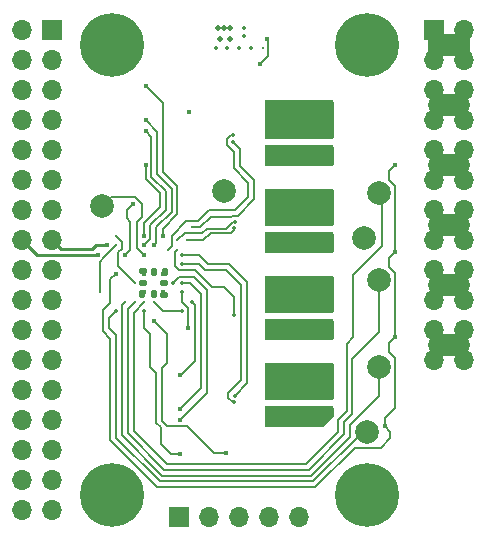
<source format=gbr>
%TF.GenerationSoftware,KiCad,Pcbnew,(7.0.0)*%
%TF.CreationDate,2023-11-18T15:32:54-05:00*%
%TF.ProjectId,ECE4760 Motor Driver,45434534-3736-4302-904d-6f746f722044,0*%
%TF.SameCoordinates,Original*%
%TF.FileFunction,Copper,L6,Bot*%
%TF.FilePolarity,Positive*%
%FSLAX46Y46*%
G04 Gerber Fmt 4.6, Leading zero omitted, Abs format (unit mm)*
G04 Created by KiCad (PCBNEW (7.0.0)) date 2023-11-18 15:32:54*
%MOMM*%
%LPD*%
G01*
G04 APERTURE LIST*
G04 Aperture macros list*
%AMRoundRect*
0 Rectangle with rounded corners*
0 $1 Rounding radius*
0 $2 $3 $4 $5 $6 $7 $8 $9 X,Y pos of 4 corners*
0 Add a 4 corners polygon primitive as box body*
4,1,4,$2,$3,$4,$5,$6,$7,$8,$9,$2,$3,0*
0 Add four circle primitives for the rounded corners*
1,1,$1+$1,$2,$3*
1,1,$1+$1,$4,$5*
1,1,$1+$1,$6,$7*
1,1,$1+$1,$8,$9*
0 Add four rect primitives between the rounded corners*
20,1,$1+$1,$2,$3,$4,$5,0*
20,1,$1+$1,$4,$5,$6,$7,0*
20,1,$1+$1,$6,$7,$8,$9,0*
20,1,$1+$1,$8,$9,$2,$3,0*%
G04 Aperture macros list end*
%TA.AperFunction,ComponentPad*%
%ADD10C,0.800000*%
%TD*%
%TA.AperFunction,ComponentPad*%
%ADD11C,5.400000*%
%TD*%
%TA.AperFunction,ComponentPad*%
%ADD12R,1.700000X1.700000*%
%TD*%
%TA.AperFunction,ComponentPad*%
%ADD13O,1.700000X1.700000*%
%TD*%
%TA.AperFunction,ComponentPad*%
%ADD14RoundRect,0.250000X-1.550000X0.650000X-1.550000X-0.650000X1.550000X-0.650000X1.550000X0.650000X0*%
%TD*%
%TA.AperFunction,ComponentPad*%
%ADD15O,3.600000X1.800000*%
%TD*%
%TA.AperFunction,ComponentPad*%
%ADD16C,0.350000*%
%TD*%
%TA.AperFunction,ComponentPad*%
%ADD17C,0.499999*%
%TD*%
%TA.AperFunction,ComponentPad*%
%ADD18C,0.300000*%
%TD*%
%TA.AperFunction,SMDPad,CuDef*%
%ADD19RoundRect,0.250000X-0.475000X0.250000X-0.475000X-0.250000X0.475000X-0.250000X0.475000X0.250000X0*%
%TD*%
%TA.AperFunction,SMDPad,CuDef*%
%ADD20RoundRect,0.140000X0.170000X-0.140000X0.170000X0.140000X-0.170000X0.140000X-0.170000X-0.140000X0*%
%TD*%
%TA.AperFunction,SMDPad,CuDef*%
%ADD21RoundRect,0.140000X0.140000X0.170000X-0.140000X0.170000X-0.140000X-0.170000X0.140000X-0.170000X0*%
%TD*%
%TA.AperFunction,SMDPad,CuDef*%
%ADD22C,2.000000*%
%TD*%
%TA.AperFunction,SMDPad,CuDef*%
%ADD23RoundRect,0.140000X-0.140000X-0.170000X0.140000X-0.170000X0.140000X0.170000X-0.140000X0.170000X0*%
%TD*%
%TA.AperFunction,SMDPad,CuDef*%
%ADD24RoundRect,0.140000X-0.170000X0.140000X-0.170000X-0.140000X0.170000X-0.140000X0.170000X0.140000X0*%
%TD*%
%TA.AperFunction,ViaPad*%
%ADD25C,0.400000*%
%TD*%
%TA.AperFunction,ViaPad*%
%ADD26C,0.450000*%
%TD*%
%TA.AperFunction,ViaPad*%
%ADD27C,0.300000*%
%TD*%
%TA.AperFunction,ViaPad*%
%ADD28C,0.350000*%
%TD*%
%TA.AperFunction,Conductor*%
%ADD29C,0.200000*%
%TD*%
%TA.AperFunction,Conductor*%
%ADD30C,0.254000*%
%TD*%
G04 APERTURE END LIST*
D10*
%TO.P,H2,1,1*%
%TO.N,GND*%
X83700000Y-43815000D03*
X84293109Y-42383109D03*
X84293109Y-45246891D03*
X85725000Y-41790000D03*
D11*
X85725000Y-43815000D03*
D10*
X85725000Y-45840000D03*
X87156891Y-42383109D03*
X87156891Y-45246891D03*
X87750000Y-43815000D03*
%TD*%
%TO.P,H1,1,1*%
%TO.N,GND*%
X105290000Y-43815000D03*
X105883109Y-42383109D03*
X105883109Y-45246891D03*
X107315000Y-41790000D03*
D11*
X107315000Y-43815000D03*
D10*
X107315000Y-45840000D03*
X108746891Y-42383109D03*
X108746891Y-45246891D03*
X109340000Y-43815000D03*
%TD*%
D12*
%TO.P,J1,1,Pin_1*%
%TO.N,+5V*%
X80644999Y-42544999D03*
D13*
%TO.P,J1,2,Pin_2*%
%TO.N,GND*%
X78104999Y-42544999D03*
%TO.P,J1,3,Pin_3*%
%TO.N,Lim_R_In*%
X80644999Y-45084999D03*
%TO.P,J1,4,Pin_4*%
%TO.N,Lim_L_In*%
X78104999Y-45084999D03*
%TO.P,J1,5,Pin_5*%
%TO.N,Lim_Aux_In*%
X80644999Y-47624999D03*
%TO.P,J1,6,Pin_6*%
%TO.N,Lim_H_In*%
X78104999Y-47624999D03*
%TO.P,J1,7,Pin_7*%
%TO.N,+5V*%
X80644999Y-50164999D03*
%TO.P,J1,8,Pin_8*%
%TO.N,GND*%
X78104999Y-50164999D03*
%TO.P,J1,9,Pin_9*%
%TO.N,Aux_Enc_B_In+*%
X80644999Y-52704999D03*
%TO.P,J1,10,Pin_10*%
%TO.N,Aux_Enc_B_In-*%
X78104999Y-52704999D03*
%TO.P,J1,11,Pin_11*%
%TO.N,Aux_Enc_A_In-*%
X80644999Y-55244999D03*
%TO.P,J1,12,Pin_12*%
%TO.N,Aux_Enc_A_In+*%
X78104999Y-55244999D03*
%TO.P,J1,13,Pin_13*%
%TO.N,+5V*%
X80644999Y-57784999D03*
%TO.P,J1,14,Pin_14*%
%TO.N,GND*%
X78104999Y-57784999D03*
%TO.P,J1,15,Pin_15*%
%TO.N,LED_1*%
X80644999Y-60324999D03*
%TO.P,J1,16,Pin_16*%
%TO.N,LED_2*%
X78104999Y-60324999D03*
%TO.P,J1,17,Pin_17*%
%TO.N,~{Fault_Enable}*%
X80644999Y-62864999D03*
%TO.P,J1,18,Pin_18*%
%TO.N,~{Abort}*%
X78104999Y-62864999D03*
%TO.P,J1,19,Pin_19*%
%TO.N,+3V3*%
X80644999Y-65404999D03*
%TO.P,J1,20,Pin_20*%
%TO.N,GND*%
X78104999Y-65404999D03*
%TO.P,J1,21,Pin_21*%
%TO.N,Enc_A_In-*%
X80644999Y-67944999D03*
%TO.P,J1,22,Pin_22*%
%TO.N,Enc_A_In+*%
X78104999Y-67944999D03*
%TO.P,J1,23,Pin_23*%
%TO.N,Enc_B_In-*%
X80644999Y-70484999D03*
%TO.P,J1,24,Pin_24*%
%TO.N,Enc_B_In+*%
X78104999Y-70484999D03*
%TO.P,J1,25,Pin_25*%
%TO.N,Enc_I_In-*%
X80644999Y-73024999D03*
%TO.P,J1,26,Pin_26*%
%TO.N,Enc_I_In+*%
X78104999Y-73024999D03*
%TO.P,J1,27,Pin_27*%
%TO.N,+5V*%
X80644999Y-75564999D03*
%TO.P,J1,28,Pin_28*%
%TO.N,GND*%
X78104999Y-75564999D03*
%TO.P,J1,29,Pin_29*%
%TO.N,Hall_C_In*%
X80644999Y-78104999D03*
%TO.P,J1,30,Pin_30*%
%TO.N,Hall_B_In*%
X78104999Y-78104999D03*
%TO.P,J1,31,Pin_31*%
%TO.N,Hall_I_In*%
X80644999Y-80644999D03*
%TO.P,J1,32,Pin_32*%
%TO.N,Hall_A_In*%
X78104999Y-80644999D03*
%TO.P,J1,33,Pin_33*%
%TO.N,+5V*%
X80644999Y-83184999D03*
%TO.P,J1,34,Pin_34*%
%TO.N,GND*%
X78104999Y-83184999D03*
%TD*%
D14*
%TO.P,J2,1,Pin_1*%
%TO.N,Vdrive*%
X114300000Y-43815000D03*
D15*
%TO.P,J2,2,Pin_2*%
%TO.N,GND*%
X114299999Y-48894999D03*
%TO.P,J2,3,Pin_3*%
%TO.N,PH1*%
X114299999Y-53974999D03*
%TO.P,J2,4,Pin_4*%
%TO.N,PH2*%
X114299999Y-59054999D03*
%TO.P,J2,5,Pin_5*%
%TO.N,PH3*%
X114299999Y-64134999D03*
%TO.P,J2,6,Pin_6*%
%TO.N,PH4*%
X114299999Y-69214999D03*
%TD*%
D16*
%TO.P,U7,3,VIN*%
%TO.N,Vdrive*%
X96950000Y-42370000D03*
X96950000Y-43050000D03*
D17*
%TO.P,U7,4,VOUT*%
%TO.N,+5V*%
X95750001Y-42370001D03*
X95250000Y-42370001D03*
X94750001Y-42370001D03*
X95710001Y-43319999D03*
X94890000Y-43319999D03*
D18*
%TO.P,U7,10,GND*%
%TO.N,GND*%
X98530000Y-44100000D03*
D16*
X97530000Y-44100000D03*
X96530000Y-44100000D03*
X95530000Y-44100000D03*
X94530000Y-44100000D03*
%TD*%
D10*
%TO.P,H4,1,1*%
%TO.N,GND*%
X83700000Y-81915000D03*
X84293109Y-80483109D03*
X84293109Y-83346891D03*
X85725000Y-79890000D03*
D11*
X85725000Y-81915000D03*
D10*
X85725000Y-83940000D03*
X87156891Y-80483109D03*
X87156891Y-83346891D03*
X87750000Y-81915000D03*
%TD*%
%TO.P,H3,1,1*%
%TO.N,GND*%
X105290000Y-81915000D03*
X105883109Y-80483109D03*
X105883109Y-83346891D03*
X107315000Y-79890000D03*
D11*
X107315000Y-81915000D03*
D10*
X107315000Y-83940000D03*
X108746891Y-80483109D03*
X108746891Y-83346891D03*
X109340000Y-81915000D03*
%TD*%
D12*
%TO.P,J3,1,Pin_1*%
%TO.N,/SWDIO*%
X91439999Y-83819999D03*
D13*
%TO.P,J3,2,Pin_2*%
%TO.N,/SWCLK*%
X93979999Y-83819999D03*
%TO.P,J3,3,Pin_3*%
%TO.N,GND*%
X96519999Y-83819999D03*
%TO.P,J3,4,Pin_4*%
%TO.N,/UART_RX*%
X99059999Y-83819999D03*
%TO.P,J3,5,Pin_5*%
%TO.N,/UART_TX*%
X101599999Y-83819999D03*
%TD*%
D19*
%TO.P,C14,1*%
%TO.N,Vdrive*%
X101600000Y-51120000D03*
%TO.P,C14,2*%
%TO.N,GND*%
X101600000Y-53020000D03*
%TD*%
%TO.P,C52,1*%
%TO.N,Vdrive*%
X99568000Y-73218000D03*
%TO.P,C52,2*%
%TO.N,GND*%
X99568000Y-75118000D03*
%TD*%
D20*
%TO.P,C82,1*%
%TO.N,+3V3*%
X90200000Y-64980000D03*
%TO.P,C82,2*%
%TO.N,GND*%
X90200000Y-64020000D03*
%TD*%
D21*
%TO.P,C83,1*%
%TO.N,+3V3*%
X90280000Y-63100000D03*
%TO.P,C83,2*%
%TO.N,GND*%
X89320000Y-63100000D03*
%TD*%
D19*
%TO.P,C40,1*%
%TO.N,Vdrive*%
X101600000Y-65852000D03*
%TO.P,C40,2*%
%TO.N,GND*%
X101600000Y-67752000D03*
%TD*%
%TO.P,C27,1*%
%TO.N,Vdrive*%
X101600000Y-58486000D03*
%TO.P,C27,2*%
%TO.N,GND*%
X101600000Y-60386000D03*
%TD*%
%TO.P,C13,1*%
%TO.N,Vdrive*%
X99568000Y-51120000D03*
%TO.P,C13,2*%
%TO.N,GND*%
X99568000Y-53020000D03*
%TD*%
%TO.P,C26,1*%
%TO.N,Vdrive*%
X99568000Y-58486000D03*
%TO.P,C26,2*%
%TO.N,GND*%
X99568000Y-60386000D03*
%TD*%
%TO.P,C41,1*%
%TO.N,Vdrive*%
X103632000Y-65852000D03*
%TO.P,C41,2*%
%TO.N,GND*%
X103632000Y-67752000D03*
%TD*%
%TO.P,C54,1*%
%TO.N,Vdrive*%
X103632000Y-73218000D03*
%TO.P,C54,2*%
%TO.N,GND*%
X103632000Y-75118000D03*
%TD*%
%TO.P,C28,1*%
%TO.N,Vdrive*%
X103632000Y-58486000D03*
%TO.P,C28,2*%
%TO.N,GND*%
X103632000Y-60386000D03*
%TD*%
%TO.P,C53,1*%
%TO.N,Vdrive*%
X101600000Y-73218000D03*
%TO.P,C53,2*%
%TO.N,GND*%
X101600000Y-75118000D03*
%TD*%
D22*
%TO.P,TP1,1,1*%
%TO.N,/~{RST}*%
X84900000Y-57500000D03*
%TD*%
D23*
%TO.P,C81,1*%
%TO.N,+3V3*%
X88320000Y-64900000D03*
%TO.P,C81,2*%
%TO.N,GND*%
X89280000Y-64900000D03*
%TD*%
D22*
%TO.P,TP2,1,1*%
%TO.N,/BOOT_SELECT*%
X95200000Y-56200000D03*
%TD*%
%TO.P,TP4,1,1*%
%TO.N,/PH2_SENSE*%
X108331000Y-63754000D03*
%TD*%
%TO.P,TP7,1,1*%
%TO.N,GND*%
X107061000Y-60198000D03*
%TD*%
D12*
%TO.P,J101,1,Pin_1*%
%TO.N,Vdrive*%
X113029999Y-42544999D03*
D13*
%TO.P,J101,2,Pin_2*%
X115569999Y-42544999D03*
%TO.P,J101,3,Pin_3*%
X113029999Y-45084999D03*
%TO.P,J101,4,Pin_4*%
X115569999Y-45084999D03*
%TO.P,J101,5,Pin_5*%
%TO.N,GND*%
X113029999Y-47624999D03*
%TO.P,J101,6,Pin_6*%
X115569999Y-47624999D03*
%TO.P,J101,7,Pin_7*%
X113029999Y-50164999D03*
%TO.P,J101,8,Pin_8*%
X115569999Y-50164999D03*
%TO.P,J101,9,Pin_9*%
%TO.N,PH1*%
X113029999Y-52704999D03*
%TO.P,J101,10,Pin_10*%
X115569999Y-52704999D03*
%TO.P,J101,11,Pin_11*%
X113029999Y-55244999D03*
%TO.P,J101,12,Pin_12*%
X115569999Y-55244999D03*
%TO.P,J101,13,Pin_13*%
%TO.N,PH2*%
X113029999Y-57784999D03*
%TO.P,J101,14,Pin_14*%
X115569999Y-57784999D03*
%TO.P,J101,15,Pin_15*%
X113029999Y-60324999D03*
%TO.P,J101,16,Pin_16*%
X115569999Y-60324999D03*
%TO.P,J101,17,Pin_17*%
%TO.N,PH3*%
X113029999Y-62864999D03*
%TO.P,J101,18,Pin_18*%
X115569999Y-62864999D03*
%TO.P,J101,19,Pin_19*%
X113029999Y-65404999D03*
%TO.P,J101,20,Pin_20*%
X115569999Y-65404999D03*
%TO.P,J101,21,Pin_21*%
%TO.N,PH4*%
X113029999Y-67944999D03*
%TO.P,J101,22,Pin_22*%
X115569999Y-67944999D03*
%TO.P,J101,23,Pin_23*%
X113029999Y-70484999D03*
%TO.P,J101,24,Pin_24*%
X115569999Y-70484999D03*
%TD*%
D24*
%TO.P,C84,1*%
%TO.N,+3V3*%
X88400000Y-63020000D03*
%TO.P,C84,2*%
%TO.N,GND*%
X88400000Y-63980000D03*
%TD*%
D22*
%TO.P,TP5,1,1*%
%TO.N,/PH3_SENSE*%
X108331000Y-71120000D03*
%TD*%
%TO.P,TP3,1,1*%
%TO.N,/PH1_SENSE*%
X108331000Y-56388000D03*
%TD*%
D19*
%TO.P,C15,1*%
%TO.N,Vdrive*%
X103632000Y-51120000D03*
%TO.P,C15,2*%
%TO.N,GND*%
X103632000Y-53020000D03*
%TD*%
%TO.P,C39,1*%
%TO.N,Vdrive*%
X99568000Y-65852000D03*
%TO.P,C39,2*%
%TO.N,GND*%
X99568000Y-67752000D03*
%TD*%
D22*
%TO.P,TP6,1,1*%
%TO.N,/PH4_SENSE*%
X107315000Y-76581000D03*
%TD*%
D25*
%TO.N,+3V3*%
X86100000Y-63200000D03*
X90100000Y-64800000D03*
X88500000Y-63200000D03*
X90100000Y-63200000D03*
D26*
X109728000Y-68608000D03*
X108839000Y-76101000D03*
X109728000Y-61369000D03*
X109728000Y-54003000D03*
D25*
X88500000Y-64800000D03*
%TO.N,+5V*%
X92274500Y-49550000D03*
D26*
%TO.N,Vdrive*%
X101981000Y-64262000D03*
X102235000Y-72136000D03*
X99187000Y-57404000D03*
X99187000Y-48895000D03*
X99187000Y-64770000D03*
X100457000Y-71628000D03*
X98933000Y-71628000D03*
X101981000Y-65278000D03*
X103759000Y-63754000D03*
X102235000Y-49911000D03*
X100711000Y-71120000D03*
X98933000Y-65278000D03*
X99187000Y-73152000D03*
X98933000Y-57912000D03*
X100457000Y-50419000D03*
X102235000Y-64770000D03*
X102235000Y-63754000D03*
X100711000Y-56388000D03*
X100711000Y-72136000D03*
X98933000Y-56896000D03*
X102235000Y-48895000D03*
X100711000Y-48895000D03*
X98933000Y-49403000D03*
X102235000Y-71120000D03*
X99187000Y-63754000D03*
X103759000Y-56388000D03*
X100457000Y-65278000D03*
X98933000Y-64262000D03*
X100457000Y-56896000D03*
X102235000Y-56388000D03*
X99187000Y-49911000D03*
X100457000Y-72644000D03*
X101981000Y-56896000D03*
X100711000Y-64770000D03*
X100711000Y-65786000D03*
X100457000Y-57912000D03*
X101981000Y-50419000D03*
X100457000Y-49403000D03*
X103505000Y-49403000D03*
X103505000Y-56896000D03*
X98933000Y-72644000D03*
X99187000Y-65786000D03*
X100711000Y-50927000D03*
X103759000Y-48895000D03*
X99187000Y-56388000D03*
X101981000Y-72644000D03*
X101981000Y-57912000D03*
X101981000Y-71628000D03*
X99187000Y-58420000D03*
X99187000Y-50927000D03*
X103759000Y-71120000D03*
X100711000Y-63754000D03*
X99187000Y-71120000D03*
X103505000Y-64262000D03*
X100711000Y-57404000D03*
X100711000Y-49911000D03*
X100457000Y-64262000D03*
X100711000Y-58420000D03*
X103505000Y-71628000D03*
X100711000Y-73152000D03*
X99187000Y-72136000D03*
X98933000Y-50419000D03*
X101981000Y-49403000D03*
X102235000Y-57404000D03*
D27*
%TO.N,/PH1_SENSE*%
X88500000Y-65600000D03*
D25*
X108430000Y-56134000D03*
D27*
%TO.N,/PH2_SENSE*%
X87700000Y-65600000D03*
D25*
X108430000Y-63500000D03*
%TO.N,/PH3_SENSE*%
X108430000Y-70866000D03*
D27*
X86900000Y-65600000D03*
D28*
%TO.N,/PH4_SENSE*%
X86100000Y-66400000D03*
D25*
X107696000Y-77216000D03*
D28*
%TO.N,/HALL_A*%
X90900000Y-64000000D03*
D25*
X91500000Y-75600500D03*
%TO.N,/HALL_B*%
X91500000Y-71820000D03*
D28*
X92500000Y-65600000D03*
D25*
%TO.N,/HALL_C*%
X91500000Y-74680000D03*
D28*
X91700000Y-64000000D03*
%TO.N,/HALL_I*%
X88500000Y-66400000D03*
D25*
X91500000Y-78480000D03*
%TO.N,LED_2*%
X84600000Y-61600000D03*
%TO.N,/LIM_L*%
X89300000Y-60800000D03*
X88600000Y-50200000D03*
%TO.N,/LIM_H*%
X88600000Y-54000000D03*
X88500000Y-60000000D03*
%TO.N,/LIM_R*%
X88600000Y-47300000D03*
X90100000Y-60000000D03*
%TO.N,/LIM_AUX*%
X88500000Y-60800000D03*
X88600000Y-51100000D03*
D28*
%TO.N,/UART_RX*%
X91700000Y-64800000D03*
D25*
X92200000Y-67800000D03*
D27*
%TO.N,/PH1_HI*%
X90500000Y-61200000D03*
D28*
X96012000Y-51435000D03*
%TO.N,/PH1_LO*%
X96012000Y-52070000D03*
D27*
X92500000Y-59300000D03*
D28*
%TO.N,/PH2_HI*%
X96139000Y-58801000D03*
D27*
X91300000Y-60400000D03*
%TO.N,/PH2_LO*%
X92100000Y-60400000D03*
D28*
X96121547Y-59382401D03*
%TO.N,/PH3_HI*%
X91700000Y-66400000D03*
D27*
X89300000Y-65600000D03*
%TO.N,/PH3_LO*%
X91300000Y-61200000D03*
D28*
X96121547Y-66748401D03*
%TO.N,/PH4_HI*%
X91700000Y-61600000D03*
X96139000Y-73533000D03*
%TO.N,/PH4_LO*%
X91700000Y-62400000D03*
X96121547Y-74114401D03*
D27*
%TO.N,/AUX_ENC_A-*%
X86100000Y-60000000D03*
X87700000Y-64000000D03*
D25*
%TO.N,Net-(R28-Pad2)*%
X86900000Y-61600000D03*
X87500000Y-57290000D03*
D28*
%TO.N,GND*%
X101473000Y-75184000D03*
X100965000Y-67818000D03*
X100457000Y-53086000D03*
D25*
X88500000Y-64000000D03*
D28*
X98933000Y-75946000D03*
X101473000Y-67818000D03*
X100711000Y-53467000D03*
X101219000Y-68199000D03*
X100203000Y-53467000D03*
X100965000Y-60452000D03*
X100457000Y-75184000D03*
X101473000Y-53848000D03*
X101473000Y-53086000D03*
X99695000Y-60833000D03*
X99441000Y-53848000D03*
X98933000Y-61214000D03*
X99949000Y-53848000D03*
X98933000Y-68580000D03*
X99441000Y-61214000D03*
X100965000Y-75946000D03*
X101473000Y-60452000D03*
X99441000Y-68580000D03*
D25*
X89300000Y-63200000D03*
D28*
X101219000Y-75565000D03*
X99949000Y-53086000D03*
X100457000Y-67818000D03*
X100203000Y-75565000D03*
X100965000Y-61214000D03*
X99441000Y-67818000D03*
X98933000Y-67818000D03*
X98933000Y-75184000D03*
X100457000Y-75946000D03*
X101219000Y-53467000D03*
X101219000Y-60833000D03*
D26*
X107100000Y-60800000D03*
D28*
X100711000Y-75565000D03*
X99949000Y-68580000D03*
X98933000Y-60452000D03*
X99695000Y-68199000D03*
X99441000Y-60452000D03*
X100457000Y-60452000D03*
X99187000Y-68199000D03*
X100711000Y-60833000D03*
X99187000Y-75565000D03*
X101727000Y-53467000D03*
D25*
X89300000Y-64800000D03*
D28*
X99441000Y-75946000D03*
X99949000Y-61214000D03*
X100203000Y-60833000D03*
X99949000Y-60452000D03*
X99949000Y-75184000D03*
X100457000Y-61214000D03*
X99949000Y-75946000D03*
X99441000Y-53086000D03*
X100965000Y-68580000D03*
X100965000Y-53848000D03*
X100457000Y-68580000D03*
X99695000Y-53467000D03*
X100203000Y-68199000D03*
X101727000Y-68199000D03*
X98933000Y-53086000D03*
X100965000Y-75184000D03*
X99441000Y-75184000D03*
X99949000Y-67818000D03*
X100711000Y-68199000D03*
X101473000Y-61214000D03*
X98933000Y-53848000D03*
X99187000Y-53467000D03*
X99187000Y-60833000D03*
X101727000Y-75565000D03*
X101473000Y-68580000D03*
X101727000Y-60833000D03*
X101473000Y-75946000D03*
X99695000Y-75565000D03*
X100965000Y-53086000D03*
D25*
X90100000Y-64000000D03*
D28*
X100457000Y-53848000D03*
D25*
%TO.N,LED_1*%
X85300000Y-60800000D03*
%TO.N,Net-(U7-RT)*%
X98260000Y-45500000D03*
X98900000Y-43300000D03*
D26*
%TO.N,Net-(U1-PA8)*%
X89300000Y-67200000D03*
X95400000Y-78400000D03*
%TO.N,/BOOT_SELECT*%
X95200000Y-56200000D03*
D25*
%TO.N,/~{RST}*%
X88500000Y-61600000D03*
D27*
%TO.N,Net-(U1-PA6)*%
X84700000Y-64800000D03*
X86100000Y-60800000D03*
%TD*%
D29*
%TO.N,+3V3*%
X109728000Y-55753000D02*
X109220000Y-55245000D01*
X102977000Y-81300000D02*
X106299000Y-77978000D01*
X89600000Y-81300000D02*
X102977000Y-81300000D01*
X85000000Y-66300000D02*
X85000000Y-68100000D01*
X85600000Y-68700000D02*
X85600000Y-77300000D01*
X85600000Y-63754000D02*
X85600000Y-65700000D01*
X85000000Y-68100000D02*
X85600000Y-68700000D01*
X108839000Y-75438000D02*
X109728000Y-74549000D01*
X85600000Y-63700000D02*
X85600000Y-63754000D01*
X108839000Y-76101000D02*
X108839000Y-75438000D01*
X109220000Y-62611000D02*
X109220000Y-61877000D01*
X109318000Y-77160409D02*
X109318000Y-76580000D01*
X109728000Y-63119000D02*
X109220000Y-62611000D01*
X109318000Y-76580000D02*
X108839000Y-76101000D01*
X109728000Y-74549000D02*
X109728000Y-70358000D01*
X109220000Y-61877000D02*
X109728000Y-61369000D01*
X109220000Y-54511000D02*
X109728000Y-54003000D01*
X109728000Y-68608000D02*
X109728000Y-63119000D01*
X109728000Y-61369000D02*
X109728000Y-55753000D01*
X109220000Y-69850000D02*
X109220000Y-69116000D01*
X108500409Y-77978000D02*
X109318000Y-77160409D01*
X85600000Y-65700000D02*
X85000000Y-66300000D01*
X85600000Y-77300000D02*
X89600000Y-81300000D01*
X109220000Y-69116000D02*
X109728000Y-68608000D01*
X106299000Y-77978000D02*
X108500409Y-77978000D01*
X109220000Y-55245000D02*
X109220000Y-54511000D01*
X109728000Y-70358000D02*
X109220000Y-69850000D01*
X86100000Y-63200000D02*
X85600000Y-63700000D01*
%TO.N,/PH1_SENSE*%
X104900000Y-75600000D02*
X105675000Y-74825000D01*
X106200000Y-63300000D02*
X108600000Y-60900000D01*
X88500000Y-65600000D02*
X87600000Y-66500000D01*
X105675000Y-69125000D02*
X106200000Y-68600000D01*
X108600000Y-60900000D02*
X108600000Y-56657000D01*
X90400000Y-79300000D02*
X102200000Y-79300000D01*
X108600000Y-56657000D02*
X108331000Y-56388000D01*
X87600000Y-66500000D02*
X87600000Y-76500000D01*
X87600000Y-76500000D02*
X90400000Y-79300000D01*
X104900000Y-76600000D02*
X104900000Y-75600000D01*
X102200000Y-79300000D02*
X104900000Y-76600000D01*
X106200000Y-68600000D02*
X106200000Y-63300000D01*
X105675000Y-74825000D02*
X105675000Y-69125000D01*
%TO.N,/PH2_SENSE*%
X106100000Y-70400000D02*
X108331000Y-68169000D01*
X105400000Y-76800000D02*
X105400000Y-75800000D01*
X108331000Y-68169000D02*
X108331000Y-63754000D01*
X87100000Y-66200000D02*
X87100000Y-76700000D01*
X90200000Y-79800000D02*
X102400000Y-79800000D01*
X105400000Y-75800000D02*
X106100000Y-75100000D01*
X106100000Y-75100000D02*
X106100000Y-70400000D01*
X87100000Y-76700000D02*
X90200000Y-79800000D01*
X87700000Y-65600000D02*
X87100000Y-66200000D01*
X102400000Y-79800000D02*
X105400000Y-76800000D01*
%TO.N,/PH3_SENSE*%
X86600000Y-65900000D02*
X86600000Y-76900000D01*
X105900000Y-77000000D02*
X105900000Y-76000000D01*
X90000000Y-80300000D02*
X102600000Y-80300000D01*
X108331000Y-73569000D02*
X108331000Y-71120000D01*
X86600000Y-76900000D02*
X90000000Y-80300000D01*
X86900000Y-65600000D02*
X86600000Y-65900000D01*
X105900000Y-76000000D02*
X108331000Y-73569000D01*
X102600000Y-80300000D02*
X105900000Y-77000000D01*
%TO.N,/PH4_SENSE*%
X86100000Y-77100000D02*
X89800000Y-80800000D01*
X102800000Y-80800000D02*
X106638000Y-76962000D01*
X89800000Y-80800000D02*
X102800000Y-80800000D01*
X86100000Y-66400000D02*
X85500000Y-67000000D01*
X106638000Y-76962000D02*
X107315000Y-76962000D01*
X86100000Y-68400000D02*
X86100000Y-77100000D01*
X85500000Y-67000000D02*
X85500000Y-67800000D01*
X85500000Y-67800000D02*
X86100000Y-68400000D01*
%TO.N,/HALL_A*%
X91500000Y-75600500D02*
X91500000Y-75600000D01*
X93800000Y-73300000D02*
X93800000Y-64600000D01*
X93800000Y-64600000D02*
X92700000Y-63500000D01*
X92700000Y-63500000D02*
X91400000Y-63500000D01*
X91400000Y-63500000D02*
X90900000Y-64000000D01*
X91500000Y-75600000D02*
X93800000Y-73300000D01*
%TO.N,/HALL_B*%
X92800000Y-65900000D02*
X92500000Y-65600000D01*
X91500000Y-71820000D02*
X91580000Y-71820000D01*
X92800000Y-70600000D02*
X92800000Y-65900000D01*
X91580000Y-71820000D02*
X92800000Y-70600000D01*
%TO.N,/HALL_C*%
X91520000Y-74680000D02*
X93300000Y-72900000D01*
X93300000Y-64900000D02*
X92400000Y-64000000D01*
X92400000Y-64000000D02*
X91700000Y-64000000D01*
X91500000Y-74680000D02*
X91520000Y-74680000D01*
X93300000Y-72900000D02*
X93300000Y-64900000D01*
%TO.N,/HALL_I*%
X88500000Y-67850000D02*
X89000000Y-68350000D01*
X89500000Y-75819000D02*
X89907946Y-76226946D01*
X88500000Y-66400000D02*
X88500000Y-67850000D01*
X89907946Y-77605054D02*
X90782893Y-78480000D01*
X89907946Y-76226946D02*
X89907946Y-77605054D01*
X90782893Y-78480000D02*
X91500000Y-78480000D01*
X89000000Y-71100000D02*
X89500000Y-71600000D01*
X89500000Y-71600000D02*
X89500000Y-75819000D01*
X89000000Y-68350000D02*
X89000000Y-71100000D01*
D30*
%TO.N,LED_2*%
X79380000Y-61600000D02*
X78105000Y-60325000D01*
X84600000Y-61600000D02*
X79380000Y-61600000D01*
D29*
%TO.N,/LIM_L*%
X89500000Y-60600000D02*
X89500000Y-59300000D01*
X89600000Y-51200000D02*
X88600000Y-50200000D01*
X90800000Y-58000000D02*
X90800000Y-56000000D01*
X89500000Y-59300000D02*
X90800000Y-58000000D01*
X90800000Y-56000000D02*
X89600000Y-54800000D01*
X89600000Y-54800000D02*
X89600000Y-51200000D01*
X89300000Y-60800000D02*
X89500000Y-60600000D01*
%TO.N,/LIM_H*%
X88500000Y-60000000D02*
X88500000Y-58900000D01*
X89800000Y-57600000D02*
X89800000Y-56400000D01*
X88500000Y-58900000D02*
X89800000Y-57600000D01*
X89800000Y-56400000D02*
X88600000Y-55200000D01*
X88600000Y-55200000D02*
X88600000Y-54000000D01*
%TO.N,/LIM_R*%
X90100000Y-60000000D02*
X90100000Y-59400000D01*
X91300000Y-58200000D02*
X91300000Y-55800000D01*
X91300000Y-55800000D02*
X90100000Y-54600000D01*
X90100000Y-48800000D02*
X88600000Y-47300000D01*
X90100000Y-59400000D02*
X91300000Y-58200000D01*
X90100000Y-54600000D02*
X90100000Y-48800000D01*
%TO.N,/LIM_AUX*%
X90300000Y-57800000D02*
X90300000Y-56200000D01*
X90300000Y-56200000D02*
X89100000Y-55000000D01*
X89100000Y-55000000D02*
X89100000Y-51600000D01*
X88500000Y-60800000D02*
X89000000Y-60300000D01*
X89100000Y-51600000D02*
X88600000Y-51100000D01*
X89000000Y-59100000D02*
X90300000Y-57800000D01*
X89000000Y-60300000D02*
X89000000Y-59100000D01*
%TO.N,/UART_RX*%
X92200000Y-66100000D02*
X91700000Y-65600000D01*
X91700000Y-65600000D02*
X91700000Y-64800000D01*
X92200000Y-67800000D02*
X92200000Y-66100000D01*
%TO.N,/PH1_HI*%
X95500000Y-52300000D02*
X96100000Y-52900000D01*
X90800000Y-60900000D02*
X90500000Y-61200000D01*
X94000000Y-57800000D02*
X93018199Y-58781801D01*
X96200000Y-57800000D02*
X94000000Y-57800000D01*
X97300000Y-56700000D02*
X96200000Y-57800000D01*
X95500000Y-51805124D02*
X95500000Y-52300000D01*
X96100000Y-54300000D02*
X97300000Y-55500000D01*
X96100000Y-52900000D02*
X96100000Y-54300000D01*
X97300000Y-55500000D02*
X97300000Y-56700000D01*
X96012000Y-51435000D02*
X95870124Y-51435000D01*
X90800000Y-60000000D02*
X90800000Y-60900000D01*
X92018199Y-58781801D02*
X90800000Y-60000000D01*
X95870124Y-51435000D02*
X95500000Y-51805124D01*
X93018199Y-58781801D02*
X92018199Y-58781801D01*
%TO.N,/PH1_LO*%
X95968248Y-58300000D02*
X95867248Y-58401000D01*
X97800000Y-56900000D02*
X96400000Y-58300000D01*
X97800000Y-55300000D02*
X97800000Y-56900000D01*
X94099000Y-58401000D02*
X93200000Y-59300000D01*
X96400000Y-58300000D02*
X95968248Y-58300000D01*
X95867248Y-58401000D02*
X94099000Y-58401000D01*
X93200000Y-59300000D02*
X92500000Y-59300000D01*
X96600000Y-54100000D02*
X97800000Y-55300000D01*
X96012000Y-52070000D02*
X96600000Y-52658000D01*
X96600000Y-52658000D02*
X96600000Y-54100000D01*
%TO.N,/PH2_HI*%
X91900000Y-59800000D02*
X93367157Y-59800000D01*
X91300000Y-60400000D02*
X91900000Y-59800000D01*
X93767157Y-59400000D02*
X95400000Y-59400000D01*
X95999000Y-58801000D02*
X96139000Y-58801000D01*
X95400000Y-59400000D02*
X95999000Y-58801000D01*
X93367157Y-59800000D02*
X93767157Y-59400000D01*
%TO.N,/PH2_LO*%
X94100000Y-59800000D02*
X95800000Y-59800000D01*
X92100000Y-60400000D02*
X93500000Y-60400000D01*
X96121547Y-59478453D02*
X96121547Y-59382401D01*
X93500000Y-60400000D02*
X94100000Y-59800000D01*
X95800000Y-59800000D02*
X96121547Y-59478453D01*
%TO.N,/PH3_HI*%
X91700000Y-66400000D02*
X90100000Y-66400000D01*
X90100000Y-66400000D02*
X89300000Y-65600000D01*
%TO.N,/PH3_LO*%
X92800000Y-62900000D02*
X94200000Y-64300000D01*
X96121547Y-65221547D02*
X96121547Y-66748401D01*
X91100000Y-62600000D02*
X91400000Y-62900000D01*
X91100000Y-61400000D02*
X91100000Y-62600000D01*
X91300000Y-61200000D02*
X91100000Y-61400000D01*
X94200000Y-64300000D02*
X95200000Y-64300000D01*
X95200000Y-64300000D02*
X96121547Y-65221547D01*
X96103948Y-66766000D02*
X96121547Y-66748401D01*
X91400000Y-62900000D02*
X92800000Y-62900000D01*
%TO.N,/PH4_HI*%
X96167000Y-73533000D02*
X96139000Y-73533000D01*
X97200000Y-72500000D02*
X96167000Y-73533000D01*
X93100000Y-61600000D02*
X93900000Y-62400000D01*
X97200000Y-63900000D02*
X97200000Y-72500000D01*
X93900000Y-62400000D02*
X95700000Y-62400000D01*
X95700000Y-62400000D02*
X97200000Y-63900000D01*
X91700000Y-61600000D02*
X93100000Y-61600000D01*
%TO.N,/PH4_LO*%
X95964401Y-74114401D02*
X96121547Y-74114401D01*
X96103948Y-74132000D02*
X96121547Y-74114401D01*
X95600000Y-73300000D02*
X95600000Y-73750000D01*
X93100000Y-62400000D02*
X93600000Y-62900000D01*
X95400000Y-62900000D02*
X96700000Y-64200000D01*
X96700000Y-72200000D02*
X95600000Y-73300000D01*
X96700000Y-64200000D02*
X96700000Y-72200000D01*
X93600000Y-62900000D02*
X95400000Y-62900000D01*
X95600000Y-73750000D02*
X95964401Y-74114401D01*
X91700000Y-62400000D02*
X93100000Y-62400000D01*
%TO.N,/AUX_ENC_A-*%
X87700000Y-64000000D02*
X86300000Y-62600000D01*
X86300000Y-61400000D02*
X86600000Y-61100000D01*
X86600000Y-60500000D02*
X86100000Y-60000000D01*
X86600000Y-61100000D02*
X86600000Y-60500000D01*
X86300000Y-62600000D02*
X86300000Y-61400000D01*
%TO.N,Net-(R28-Pad2)*%
X87003000Y-57787000D02*
X87500000Y-57290000D01*
X86900000Y-61600000D02*
X87300000Y-61200000D01*
X87300000Y-61200000D02*
X87300000Y-58797107D01*
X87003000Y-58500107D02*
X87003000Y-57787000D01*
X87300000Y-58797107D02*
X87003000Y-58500107D01*
D30*
%TO.N,LED_1*%
X84400000Y-60800000D02*
X84100000Y-61100000D01*
X85300000Y-60800000D02*
X84400000Y-60800000D01*
X84100000Y-61100000D02*
X81420000Y-61100000D01*
X81420000Y-61100000D02*
X80645000Y-60325000D01*
D29*
%TO.N,Net-(U7-RT)*%
X98900000Y-43300000D02*
X99000000Y-43400000D01*
X99000000Y-43400000D02*
X99000000Y-44760000D01*
X99000000Y-44760000D02*
X98260000Y-45500000D01*
%TO.N,Net-(U1-PA8)*%
X89300000Y-67200000D02*
X90400000Y-68300000D01*
X94400000Y-78400000D02*
X95400000Y-78400000D01*
X92100000Y-76100000D02*
X94400000Y-78400000D01*
X90000000Y-75700000D02*
X90400000Y-76100000D01*
X90400000Y-76100000D02*
X92100000Y-76100000D01*
X90400000Y-70800000D02*
X90000000Y-71200000D01*
X90400000Y-68300000D02*
X90400000Y-70800000D01*
X90000000Y-71200000D02*
X90000000Y-75700000D01*
%TO.N,/~{RST}*%
X87700000Y-56700000D02*
X85700000Y-56700000D01*
X87900000Y-58800000D02*
X88300000Y-58400000D01*
X88300000Y-57300000D02*
X87700000Y-56700000D01*
X87900000Y-61000000D02*
X87900000Y-58800000D01*
X85700000Y-56700000D02*
X84900000Y-57500000D01*
X88300000Y-58400000D02*
X88300000Y-57300000D01*
X88500000Y-61600000D02*
X87900000Y-61000000D01*
%TO.N,Net-(U1-PA6)*%
X85100000Y-61807107D02*
X85100000Y-61800000D01*
X84700000Y-62207107D02*
X85100000Y-61807107D01*
X85100000Y-61800000D02*
X86100000Y-60800000D01*
X84700000Y-64800000D02*
X84700000Y-62207107D01*
%TD*%
%TA.AperFunction,Conductor*%
%TO.N,GND*%
G36*
X104459000Y-52340613D02*
G01*
X104504387Y-52386000D01*
X104521000Y-52448000D01*
X104521000Y-53978000D01*
X104504387Y-54040000D01*
X104459000Y-54085387D01*
X104397000Y-54102000D01*
X98803000Y-54102000D01*
X98741000Y-54085387D01*
X98695613Y-54040000D01*
X98679000Y-53978000D01*
X98679000Y-52448000D01*
X98695613Y-52386000D01*
X98741000Y-52340613D01*
X98803000Y-52324000D01*
X104397000Y-52324000D01*
X104459000Y-52340613D01*
G37*
%TD.AperFunction*%
%TD*%
%TA.AperFunction,Conductor*%
%TO.N,Vdrive*%
G36*
X104459000Y-56023613D02*
G01*
X104504387Y-56069000D01*
X104521000Y-56131000D01*
X104521000Y-59058000D01*
X104504387Y-59120000D01*
X104459000Y-59165387D01*
X104397000Y-59182000D01*
X98803000Y-59182000D01*
X98741000Y-59165387D01*
X98695613Y-59120000D01*
X98679000Y-59058000D01*
X98679000Y-56131000D01*
X98695613Y-56069000D01*
X98741000Y-56023613D01*
X98803000Y-56007000D01*
X104397000Y-56007000D01*
X104459000Y-56023613D01*
G37*
%TD.AperFunction*%
%TD*%
%TA.AperFunction,Conductor*%
%TO.N,Vdrive*%
G36*
X104459000Y-63389613D02*
G01*
X104504387Y-63435000D01*
X104521000Y-63497000D01*
X104521000Y-66424000D01*
X104504387Y-66486000D01*
X104459000Y-66531387D01*
X104397000Y-66548000D01*
X98803000Y-66548000D01*
X98741000Y-66531387D01*
X98695613Y-66486000D01*
X98679000Y-66424000D01*
X98679000Y-63497000D01*
X98695613Y-63435000D01*
X98741000Y-63389613D01*
X98803000Y-63373000D01*
X104397000Y-63373000D01*
X104459000Y-63389613D01*
G37*
%TD.AperFunction*%
%TD*%
%TA.AperFunction,Conductor*%
%TO.N,Vdrive*%
G36*
X104459000Y-48530613D02*
G01*
X104504387Y-48576000D01*
X104521000Y-48638000D01*
X104521000Y-51692000D01*
X104504387Y-51754000D01*
X104459000Y-51799387D01*
X104397000Y-51816000D01*
X98803000Y-51816000D01*
X98741000Y-51799387D01*
X98695613Y-51754000D01*
X98679000Y-51692000D01*
X98679000Y-48638000D01*
X98695613Y-48576000D01*
X98741000Y-48530613D01*
X98803000Y-48514000D01*
X104397000Y-48514000D01*
X104459000Y-48530613D01*
G37*
%TD.AperFunction*%
%TD*%
%TA.AperFunction,Conductor*%
%TO.N,GND*%
G36*
X104459000Y-67072613D02*
G01*
X104504387Y-67118000D01*
X104521000Y-67180000D01*
X104521000Y-68710000D01*
X104504387Y-68772000D01*
X104459000Y-68817387D01*
X104397000Y-68834000D01*
X98803000Y-68834000D01*
X98741000Y-68817387D01*
X98695613Y-68772000D01*
X98679000Y-68710000D01*
X98679000Y-67180000D01*
X98695613Y-67118000D01*
X98741000Y-67072613D01*
X98803000Y-67056000D01*
X104397000Y-67056000D01*
X104459000Y-67072613D01*
G37*
%TD.AperFunction*%
%TD*%
%TA.AperFunction,Conductor*%
%TO.N,GND*%
G36*
X104459000Y-74438613D02*
G01*
X104504387Y-74484000D01*
X104521000Y-74546000D01*
X104521000Y-75259638D01*
X104511561Y-75307091D01*
X104484681Y-75347319D01*
X103668319Y-76163681D01*
X103628091Y-76190561D01*
X103580638Y-76200000D01*
X98803000Y-76200000D01*
X98741000Y-76183387D01*
X98695613Y-76138000D01*
X98679000Y-76076000D01*
X98679000Y-74546000D01*
X98695613Y-74484000D01*
X98741000Y-74438613D01*
X98803000Y-74422000D01*
X104397000Y-74422000D01*
X104459000Y-74438613D01*
G37*
%TD.AperFunction*%
%TD*%
%TA.AperFunction,Conductor*%
%TO.N,GND*%
G36*
X104459000Y-59706613D02*
G01*
X104504387Y-59752000D01*
X104521000Y-59814000D01*
X104521000Y-61344000D01*
X104504387Y-61406000D01*
X104459000Y-61451387D01*
X104397000Y-61468000D01*
X98803000Y-61468000D01*
X98741000Y-61451387D01*
X98695613Y-61406000D01*
X98679000Y-61344000D01*
X98679000Y-59814000D01*
X98695613Y-59752000D01*
X98741000Y-59706613D01*
X98803000Y-59690000D01*
X104397000Y-59690000D01*
X104459000Y-59706613D01*
G37*
%TD.AperFunction*%
%TD*%
%TA.AperFunction,Conductor*%
%TO.N,Vdrive*%
G36*
X104459000Y-70755613D02*
G01*
X104504387Y-70801000D01*
X104521000Y-70863000D01*
X104521000Y-73790000D01*
X104504387Y-73852000D01*
X104459000Y-73897387D01*
X104397000Y-73914000D01*
X98803000Y-73914000D01*
X98741000Y-73897387D01*
X98695613Y-73852000D01*
X98679000Y-73790000D01*
X98679000Y-70863000D01*
X98695613Y-70801000D01*
X98741000Y-70755613D01*
X98803000Y-70739000D01*
X104397000Y-70739000D01*
X104459000Y-70755613D01*
G37*
%TD.AperFunction*%
%TD*%
M02*

</source>
